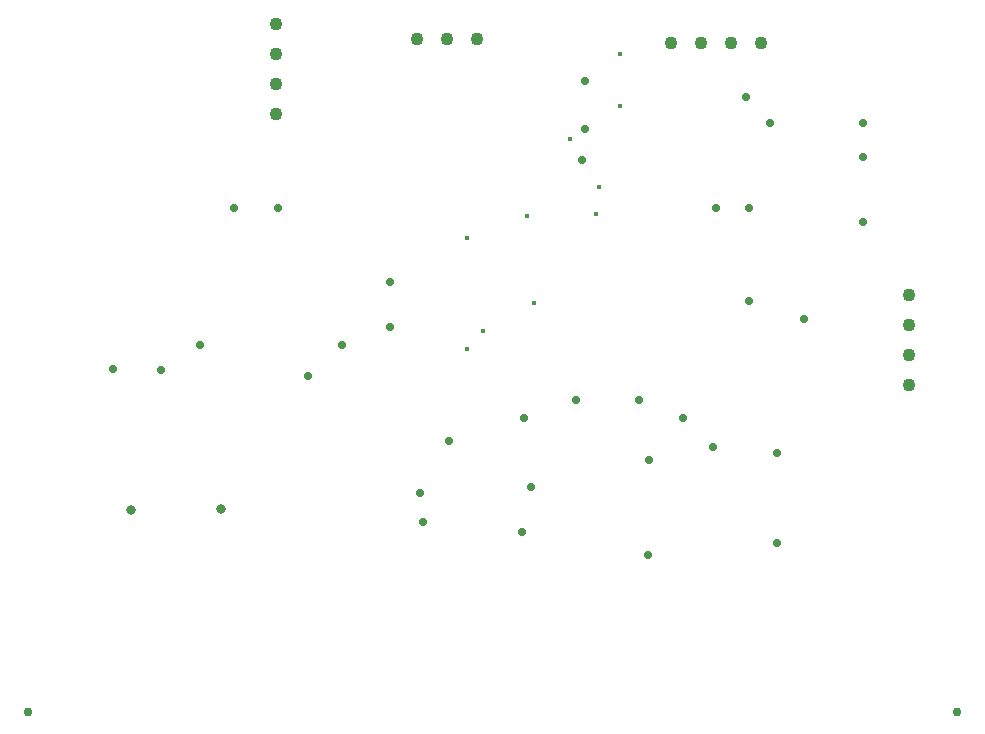
<source format=gbs>
G04*
G04 #@! TF.GenerationSoftware,Altium Limited,Altium Designer,21.3.2 (30)*
G04*
G04 Layer_Color=16711935*
%FSTAX24Y24*%
%MOIN*%
G70*
G04*
G04 #@! TF.SameCoordinates,0DAA6520-49A2-4E49-A6F4-E70CAC7CC759*
G04*
G04*
G04 #@! TF.FilePolarity,Negative*
G04*
G01*
G75*
%ADD45C,0.0433*%
%ADD46C,0.0300*%
%ADD47C,0.0315*%
%ADD48C,0.0276*%
%ADD49C,0.0157*%
D45*
X023Y0289D02*
D03*
Y0299D02*
D03*
Y0309D02*
D03*
Y0319D02*
D03*
X0297Y0314D02*
D03*
X0287D02*
D03*
X0277D02*
D03*
X0441Y02285D02*
D03*
Y02185D02*
D03*
Y02085D02*
D03*
Y01985D02*
D03*
X03615Y03125D02*
D03*
X03715D02*
D03*
X03815D02*
D03*
X03915D02*
D03*
D46*
X0457Y00895D02*
D03*
X014716D02*
D03*
D47*
X02115Y015705D02*
D03*
X01815Y0157D02*
D03*
D48*
X02045Y0212D02*
D03*
X03875Y02575D02*
D03*
X03765D02*
D03*
X04255Y02745D02*
D03*
Y0253D02*
D03*
X02405Y02015D02*
D03*
X0397Y0176D02*
D03*
X0278Y01625D02*
D03*
X02875Y018D02*
D03*
X03755Y0178D02*
D03*
X035406Y017356D02*
D03*
X0351Y01935D02*
D03*
X0354Y0142D02*
D03*
X04255Y0286D02*
D03*
X03945D02*
D03*
X03865Y02945D02*
D03*
X0332Y02735D02*
D03*
X0333Y0284D02*
D03*
Y03D02*
D03*
X01755Y0204D02*
D03*
X0312Y01495D02*
D03*
X0279Y0153D02*
D03*
X03655Y01875D02*
D03*
X03125D02*
D03*
X0315Y01645D02*
D03*
X01915Y02035D02*
D03*
X03875Y02265D02*
D03*
X033Y01935D02*
D03*
X0268Y0233D02*
D03*
Y0218D02*
D03*
X0252Y0212D02*
D03*
X0216Y02575D02*
D03*
X02305D02*
D03*
X0397Y0146D02*
D03*
X0406Y02205D02*
D03*
D49*
X03365Y02555D02*
D03*
X03445Y0309D02*
D03*
Y02915D02*
D03*
X0328Y02805D02*
D03*
X03375Y02645D02*
D03*
X0316Y0226D02*
D03*
X03135Y0255D02*
D03*
X0299Y02165D02*
D03*
X02935Y02475D02*
D03*
Y02105D02*
D03*
M02*

</source>
